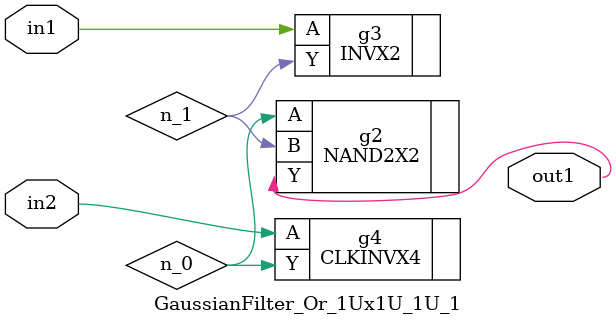
<source format=v>
`timescale 1ps / 1ps


module GaussianFilter_Or_1Ux1U_1U_1(in2, in1, out1);
  input in2, in1;
  output out1;
  wire in2, in1;
  wire out1;
  wire n_0, n_1;
  NAND2X2 g2(.A (n_0), .B (n_1), .Y (out1));
  INVX2 g3(.A (in1), .Y (n_1));
  CLKINVX4 g4(.A (in2), .Y (n_0));
endmodule



</source>
